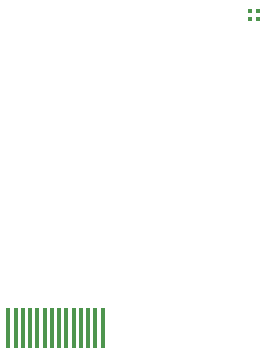
<source format=gbp>
G04 #@! TF.GenerationSoftware,KiCad,Pcbnew,7.0.5*
G04 #@! TF.CreationDate,2023-09-01T13:21:59+02:00*
G04 #@! TF.ProjectId,R1S_NRF,5231535f-4e52-4462-9e6b-696361645f70,v02*
G04 #@! TF.SameCoordinates,Original*
G04 #@! TF.FileFunction,Paste,Bot*
G04 #@! TF.FilePolarity,Positive*
%FSLAX46Y46*%
G04 Gerber Fmt 4.6, Leading zero omitted, Abs format (unit mm)*
G04 Created by KiCad (PCBNEW 7.0.5) date 2023-09-01 13:21:59*
%MOMM*%
%LPD*%
G01*
G04 APERTURE LIST*
%ADD10R,0.400000X0.400000*%
%ADD11R,0.320000X3.500000*%
G04 APERTURE END LIST*
D10*
G04 #@! TO.C,D1*
X220264000Y-72436000D03*
X220264000Y-71786000D03*
X219614000Y-71786000D03*
X219614000Y-72436000D03*
G04 #@! TD*
D11*
G04 #@! TO.C,J4*
X199115144Y-98624400D03*
X199730528Y-98624400D03*
X200345912Y-98624400D03*
X200961296Y-98624400D03*
X201576680Y-98624400D03*
X202192064Y-98624400D03*
X202807448Y-98624400D03*
X203422832Y-98624400D03*
X204038216Y-98624400D03*
X204653600Y-98624400D03*
X205268984Y-98624400D03*
X205884368Y-98624400D03*
X206499752Y-98624400D03*
X207115144Y-98624400D03*
G04 #@! TD*
M02*

</source>
